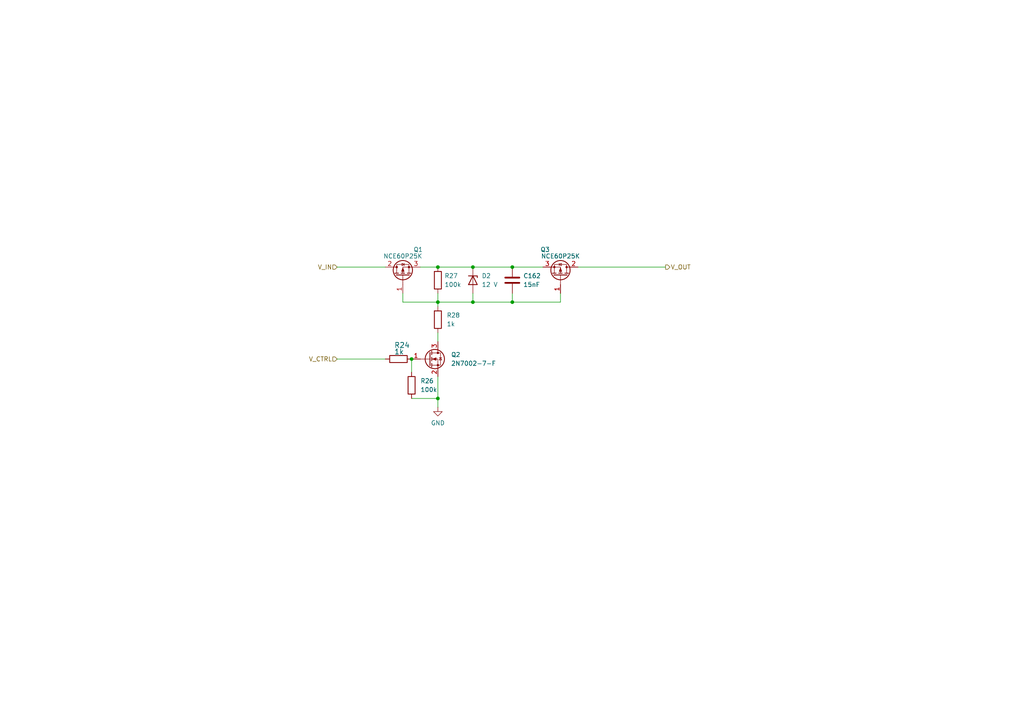
<source format=kicad_sch>
(kicad_sch (version 20250114) (generator "eeschema") (generator_version "9.0")
  (paper "A4")
  (title_block (comment 1 "Licensed under CERN-OHL-P"))
  (lib_symbols
    (symbol "Device:C" (pin_numbers (hide yes)) (pin_names (offset 0.254))
      (property "Reference" "C" (at 0.635 2.54 0))
      (property "Value" "C" (at 0.635 -2.54 0))
      (symbol "C_0_1"
        (polyline (pts (xy -2.032 0.762) (xy 2.032 0.762)) (stroke (width 0.508)))
        (polyline (pts (xy -2.032 -0.762) (xy 2.032 -0.762)) (stroke (width 0.508)))
      )
      (symbol "C_1_1"
        (pin passive line (at 0 3.81 270) (length 2.794) (name "~") (number "1"))
        (pin passive line (at 0 -3.81 90) (length 2.794) (name "~") (number "2"))
      )
    )
    (symbol "Device:D_Zener" (pin_numbers (hide yes)) (pin_names (offset 1.016) (hide yes))
      (property "Reference" "D" (at 0 2.54 0))
      (property "Value" "D_Zener" (at 0 -2.54 0))
      (symbol "D_Zener_0_1"
        (polyline (pts (xy -1.27 -1.27) (xy -1.27 1.27) (xy -0.762 1.27)) (stroke (width 0.254)))
        (polyline (pts (xy 1.27 0) (xy -1.27 0)))
        (polyline (pts (xy 1.27 -1.27) (xy 1.27 1.27) (xy -1.27 0) (xy 1.27 -1.27)) (stroke (width 0.254)))
      )
      (symbol "D_Zener_1_1"
        (pin passive line (at -3.81 0 0) (length 2.54) (name "K") (number "1"))
        (pin passive line (at 3.81 0 180) (length 2.54) (name "A") (number "2"))
      )
    )
    (symbol "Device:R" (pin_numbers (hide yes)) (pin_names (offset 0))
      (property "Reference" "R" (at 2.032 0 90))
      (property "Value" "R" (at 0 0 90))
      (symbol "R_0_1"
        (rectangle (start -1.016 -2.54) (end 1.016 2.54) (stroke (width 0.254)))
      )
      (symbol "R_1_1"
        (pin passive line (at 0 3.81 270) (length 1.27) (name "~") (number "1"))
        (pin passive line (at 0 -3.81 90) (length 1.27) (name "~") (number "2"))
      )
    )
    (symbol "Transistor_FET:2N7002" (pin_names (offset 0) (hide yes))
      (property "Reference" "Q" (at 5.08 1.905 0))
      (property "Value" "2N7002" (at 5.08 0 0))
      (symbol "2N7002_0_1"
        (polyline (pts (xy 0.254 1.905) (xy 0.254 -1.905)) (stroke (width 0.254)))
        (polyline (pts (xy 0.254 0) (xy -2.54 0)))
        (polyline (pts (xy 0.762 2.286) (xy 0.762 1.27)) (stroke (width 0.254)))
        (polyline (pts (xy 0.762 0.508) (xy 0.762 -0.508)) (stroke (width 0.254)))
        (polyline (pts (xy 0.762 -1.27) (xy 0.762 -2.286)) (stroke (width 0.254)))
        (polyline (pts (xy 0.762 -1.778) (xy 3.302 -1.778) (xy 3.302 1.778) (xy 0.762 1.778)))
        (polyline (pts (xy 1.016 0) (xy 2.032 0.381) (xy 2.032 -0.381) (xy 1.016 0)) (fill (type outline)))
        (circle (center 1.651 0) (radius 2.794) (stroke (width 0.254)))
        (polyline (pts (xy 2.54 2.54) (xy 2.54 1.778)))
        (circle (center 2.54 1.778) (radius 0.254) (fill (type outline)))
        (circle (center 2.54 -1.778) (radius 0.254) (fill (type outline)))
        (polyline (pts (xy 2.54 -2.54) (xy 2.54 0) (xy 0.762 0)))
        (polyline (pts (xy 2.921 0.381) (xy 3.683 0.381)))
        (polyline (pts (xy 3.302 0.381) (xy 2.921 -0.254) (xy 3.683 -0.254) (xy 3.302 0.381)))
      )
      (symbol "2N7002_1_1"
        (pin input line (at -5.08 0 0) (length 2.54) (name "G") (number "1"))
        (pin passive line (at 2.54 5.08 270) (length 2.54) (name "D") (number "3"))
        (pin passive line (at 2.54 -5.08 90) (length 2.54) (name "S") (number "2"))
      )
    )
    (symbol "Transistor_FET:Q_PMOS_GDS" (pin_names (offset 0) (hide yes))
      (property "Reference" "Q" (at 5.08 1.905 0))
      (property "Value" "Q_PMOS_GDS" (at 5.08 0 0))
      (symbol "Q_PMOS_GDS_0_1"
        (polyline (pts (xy 0.254 1.905) (xy 0.254 -1.905)) (stroke (width 0.254)))
        (polyline (pts (xy 0.254 0) (xy -2.54 0)))
        (polyline (pts (xy 0.762 2.286) (xy 0.762 1.27)) (stroke (width 0.254)))
        (polyline (pts (xy 0.762 1.778) (xy 3.302 1.778) (xy 3.302 -1.778) (xy 0.762 -1.778)))
        (polyline (pts (xy 0.762 0.508) (xy 0.762 -0.508)) (stroke (width 0.254)))
        (polyline (pts (xy 0.762 -1.27) (xy 0.762 -2.286)) (stroke (width 0.254)))
        (circle (center 1.651 0) (radius 2.794) (stroke (width 0.254)))
        (polyline (pts (xy 2.286 0) (xy 1.27 0.381) (xy 1.27 -0.381) (xy 2.286 0)) (fill (type outline)))
        (polyline (pts (xy 2.54 2.54) (xy 2.54 1.778)))
        (circle (center 2.54 1.778) (radius 0.254) (fill (type outline)))
        (circle (center 2.54 -1.778) (radius 0.254) (fill (type outline)))
        (polyline (pts (xy 2.54 -2.54) (xy 2.54 0) (xy 0.762 0)))
        (polyline (pts (xy 2.921 -0.381) (xy 3.683 -0.381)))
        (polyline (pts (xy 3.302 -0.381) (xy 2.921 0.254) (xy 3.683 0.254) (xy 3.302 -0.381)))
      )
      (symbol "Q_PMOS_GDS_1_1"
        (pin input line (at -5.08 0 0) (length 2.54) (name "G") (number "1"))
        (pin passive line (at 2.54 5.08 270) (length 2.54) (name "D") (number "2"))
        (pin passive line (at 2.54 -5.08 90) (length 2.54) (name "S") (number "3"))
      )
    )
    (symbol "power:GND" (power) (pin_numbers (hide yes)) (pin_names (offset 0) (hide yes))
      (property "Value" "GND" (at 0 -3.81 0))
      (symbol "GND_0_1"
        (polyline (pts (xy 0 0) (xy 0 -1.27) (xy 1.27 -1.27) (xy 0 -2.54) (xy -1.27 -1.27) (xy 0 -1.27)))
      )
      (symbol "GND_1_1"
        (pin power_in line (at 0 0 270) (length 0) (name "~") (number "1"))
      )
    )
  )
  (junction (at 148.59 87.63))
  (junction (at 148.59 77.47))
  (junction (at 127 87.63))
  (junction (at 137.16 87.63))
  (junction (at 137.16 77.47))
  (junction (at 119.38 104.14))
  (junction (at 127 115.57))
  (junction (at 127 77.47))
  (wire (pts (xy 127 87.63) (xy 137.16 87.63)))
  (wire (pts (xy 97.79 77.47) (xy 111.76 77.47)))
  (wire (pts (xy 148.59 85.09) (xy 148.59 87.63)))
  (wire (pts (xy 148.59 77.47) (xy 157.48 77.47)))
  (wire (pts (xy 162.56 87.63) (xy 148.59 87.63)))
  (wire (pts (xy 137.16 85.09) (xy 137.16 87.63)))
  (wire (pts (xy 121.92 77.47) (xy 127 77.47)))
  (wire (pts (xy 127 85.09) (xy 127 87.63)))
  (wire (pts (xy 119.38 104.14) (xy 119.38 107.95)))
  (wire (pts (xy 127 115.57) (xy 119.38 115.57)))
  (wire (pts (xy 137.16 87.63) (xy 148.59 87.63)))
  (wire (pts (xy 167.64 77.47) (xy 193.04 77.47)))
  (wire (pts (xy 97.79 104.14) (xy 111.76 104.14)))
  (wire (pts (xy 162.56 85.09) (xy 162.56 87.63)))
  (wire (pts (xy 127 109.22) (xy 127 115.57)))
  (wire (pts (xy 116.84 87.63) (xy 116.84 85.09)))
  (wire (pts (xy 116.84 87.63) (xy 127 87.63)))
  (wire (pts (xy 127 87.63) (xy 127 88.9)))
  (wire (pts (xy 127 96.52) (xy 127 99.06)))
  (wire (pts (xy 148.59 77.47) (xy 137.16 77.47)))
  (wire (pts (xy 127 118.11) (xy 127 115.57)))
  (wire (pts (xy 127 77.47) (xy 137.16 77.47)))
  (hierarchical_label "V_CTRL" (shape input) (at 97.79 104.14 180))
  (hierarchical_label "V_OUT" (shape output) (at 193.04 77.47 0))
  (hierarchical_label "V_IN" (shape input) (at 97.79 77.47 180))
  (symbol (lib_id "Transistor_FET:2N7002") (at 124.46 104.14 0) (unit 1)
    (property "Reference" "Q22" (at 130.81 102.8699 0) (effects (justify left)))
    (property "Value" "2N7002-7-F" (at 130.81 105.4099 0) (effects (justify left)))
    (property "Footprint" "Package_TO_SOT_SMD:SOT-23" (effects (hide yes)))
    (property "Datasheet" "https://www.onsemi.com/pub/Collateral/NDS7002A-D.PDF" (effects (hide yes)))
    (property "Description" "0.115A Id, 60V Vds, N-Channel MOSFET, SOT-23" (effects (hide yes)))
    (property "LCSC Part" "C53550" (effects (hide yes)))
    (instances (project "mainboard" (path "" (reference "Q2") (unit 1)) (path "" (reference "Q22") (unit 1))))
  )
  (symbol (lib_id "Device:R") (at 127 92.71 0) (unit 1)
    (property "Reference" "R98" (at 129.54 91.4399 0) (effects (justify left)))
    (property "Value" "1k" (at 129.54 93.9799 0) (effects (justify left)))
    (property "Footprint" "Resistor_SMD:R_0603_1608Metric" (effects (hide yes)))
    (property "Datasheet" "https://datasheet.lcsc.com/lcsc/2206010045_UNI-ROYAL-Uniroyal-Elec-0603WAF1003T5E_C25803.pdf" (effects (hide yes)))
    (property "LCSC Part" "C25803" (effects (hide yes)))
    (instances (project "mainboard" (path "" (reference "R28") (unit 1)) (path "" (reference "R98") (unit 1))))
  )
  (symbol (lib_id "Device:R") (at 127 81.28 0) (unit 1)
    (property "Reference" "R197" (at 128.905 80.0099 0) (effects (justify left)))
    (property "Value" "100k" (at 128.905 82.5499 0) (effects (justify left)))
    (property "Footprint" "Resistor_SMD:R_0603_1608Metric" (effects (hide yes)))
    (property "Datasheet" "https://datasheet.lcsc.com/lcsc/2206010045_UNI-ROYAL-Uniroyal-Elec-0603WAF1003T5E_C25803.pdf" (effects (hide yes)))
    (property "LCSC Part" "C25803" (effects (hide yes)))
    (instances (project "mainboard" (path "" (reference "R27") (unit 1)) (path "" (reference "R197") (unit 1))))
  )
  (symbol (lib_id "Device:R") (at 115.57 104.14 270) (unit 1)
    (property "Reference" "R94" (at 114.3 100.965 90) (effects (font (size 1.4986 1.4986)) (justify left bottom)))
    (property "Value" "1k" (at 114.3 102.87 90) (effects (font (size 1.4986 1.4986)) (justify left bottom)))
    (property "Footprint" "Resistor_SMD:R_0603_1608Metric" (effects (hide yes)))
    (property "Datasheet" "https://datasheet.lcsc.com/lcsc/2206010130_UNI-ROYAL-Uniroyal-Elec-0603WAF1001T5E_C21190.pdf" (effects (hide yes)))
    (property "LCSC Part" "C21190" (effects (hide yes)))
    (instances (project "mainboard" (path "" (reference "R24") (unit 1)) (path "" (reference "R94") (unit 1))))
  )
  (symbol (lib_id "Device:D_Zener") (at 137.16 81.28 270) (unit 1)
    (property "Reference" "D104" (at 139.7 80.01 90) (effects (justify left)))
    (property "Value" "12 V" (at 139.7 82.55 90) (effects (justify left)))
    (property "Footprint" "Diode_SMD:D_SOD-123" (effects (hide yes)))
    (property "Datasheet" "https://datasheet.lcsc.com/lcsc/2304140030_Diodes-Incorporated-DDZ12C-7_C151340.pdf" (effects (hide yes)))
    (property "LCSC Part" "C151340" (effects (hide yes)))
    (instances (project "mainboard" (path "" (reference "D2") (unit 1)) (path "" (reference "D104") (unit 1))))
  )
  (symbol (lib_id "Transistor_FET:Q_PMOS_GDS") (at 162.56 80.01 270) (mirror x) (unit 1)
    (property "Reference" "Q13" (at 158.115 72.39 90))
    (property "Value" "NCE60P25K" (at 162.56 74.295 90))
    (property "Footprint" "Package_TO_SOT_SMD:TO-252-2" (effects (hide yes)))
    (property "Description" "P-MOSFET transistor, gate/drain/source" (effects (hide yes)))
    (property "LCSC Part" "C130105" (effects (hide yes)))
    (instances (project "mainboard" (path "" (reference "Q3") (unit 1)) (path "" (reference "Q13") (unit 1))))
  )
  (symbol (lib_id "power:GND") (at 127 118.11 0) (unit 1)
    (property "Reference" "#PWR07" (effects (hide yes)))
    (property "Value" "GND" (at 127 122.682 0))
    (property "Description" "Power symbol creates a global label with name \"GND\" , ground" (effects (hide yes)))
    (instances (project "mainboard" (path "" (reference "#PWR0114") (unit 1)) (path "" (reference "#PWR07") (unit 1))))
  )
  (symbol (lib_id "Transistor_FET:Q_PMOS_GDS") (at 116.84 80.01 90) (unit 1)
    (property "Reference" "Q21" (at 121.285 72.39 90))
    (property "Value" "NCE60P25K" (at 116.84 74.295 90))
    (property "Footprint" "Package_TO_SOT_SMD:TO-252-2" (effects (hide yes)))
    (property "Description" "P-MOSFET transistor, gate/drain/source" (effects (hide yes)))
    (property "LCSC Part" "C130105" (effects (hide yes)))
    (instances (project "mainboard" (path "" (reference "Q1") (unit 1)) (path "" (reference "Q21") (unit 1))))
  )
  (symbol (lib_id "Device:C") (at 148.59 81.28 0) (unit 1)
    (property "Reference" "C165" (at 151.765 80.0099 0) (effects (justify left)))
    (property "Value" "15nF" (at 151.765 82.5499 0) (effects (justify left)))
    (property "Footprint" "Capacitor_SMD:C_0603_1608Metric" (effects (hide yes)))
    (property "Datasheet" "https://datasheet.lcsc.com/lcsc/1811061810_FH--Guangdong-Fenghua-Advanced-Tech-0603B153K500NT_C1596.pdf" (effects (hide yes)))
    (property "Description" "Unpolarized capacitor" (effects (hide yes)))
    (instances (project "mainboard" (path "" (reference "C162") (unit 1)) (path "" (reference "C165") (unit 1))))
  )
  (symbol (lib_id "Device:R") (at 119.38 111.76 0) (unit 1)
    (property "Reference" "R196" (at 121.92 110.4899 0) (effects (justify left)))
    (property "Value" "100k" (at 121.92 113.0299 0) (effects (justify left)))
    (property "Footprint" "Resistor_SMD:R_0603_1608Metric" (effects (hide yes)))
    (property "Datasheet" "https://datasheet.lcsc.com/lcsc/2206010045_UNI-ROYAL-Uniroyal-Elec-0603WAF1003T5E_C25803.pdf" (effects (hide yes)))
    (property "LCSC Part" "C25803" (effects (hide yes)))
    (instances (project "mainboard" (path "" (reference "R26") (unit 1)) (path "" (reference "R196") (unit 1))))
  )
)
</source>
